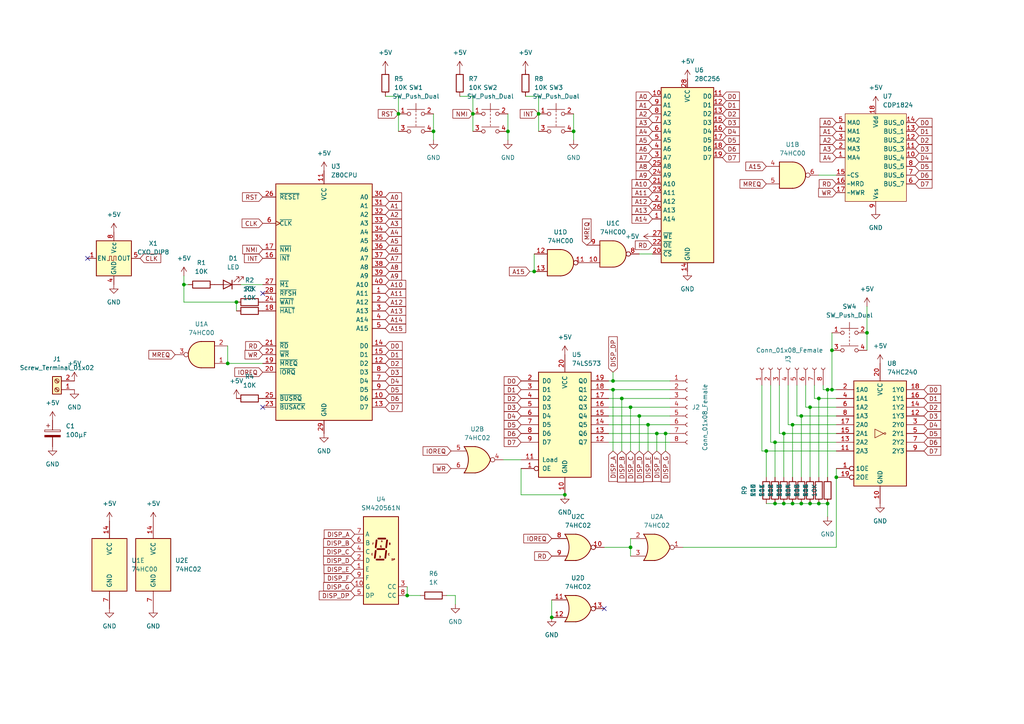
<source format=kicad_sch>
(kicad_sch (version 20211123) (generator eeschema)
  (paper "A4")
  (junction (at 190.5 125.73))
  (junction (at 242.57 138.43))
  (junction (at 156.21 33.02))
  (junction (at 182.88 118.11))
  (junction (at 237.49 146.05))
  (junction (at 160.02 179.07))
  (junction (at 232.41 120.65))
  (junction (at 229.87 123.19))
  (junction (at 125.73 38.1))
  (junction (at 68.58 87.63))
  (junction (at 193.04 125.73))
  (junction (at 177.8 113.03))
  (junction (at 240.03 113.03))
  (junction (at 180.34 115.57))
  (junction (at 234.95 146.05))
  (junction (at 240.03 146.05))
  (junction (at 229.87 146.05))
  (junction (at 177.8 110.49))
  (junction (at 187.96 123.19))
  (junction (at 237.49 115.57))
  (junction (at 224.79 146.05))
  (junction (at 66.04 105.41))
  (junction (at 185.42 120.65))
  (junction (at 154.94 78.74))
  (junction (at 224.79 128.27))
  (junction (at 241.3 113.03))
  (junction (at 222.25 130.81))
  (junction (at 115.57 33.02))
  (junction (at 227.33 125.73))
  (junction (at 232.41 146.05))
  (junction (at 182.88 158.75))
  (junction (at 234.95 118.11))
  (junction (at 241.3 101.6))
  (junction (at 147.32 38.1))
  (junction (at 163.83 143.51))
  (junction (at 118.11 172.72))
  (junction (at 137.16 33.02))
  (junction (at 53.34 82.55))
  (junction (at 166.37 38.1))
  (junction (at 227.33 146.05))
  (junction (at 251.46 96.52))
  (no_connect (at 25.4 74.93))
  (no_connect (at 76.2 118.11))
  (no_connect (at 175.26 176.53))
  (no_connect (at 76.2 85.09))
  (wire (pts (xy 222.25 146.05) (xy 224.79 146.05)))
  (wire (pts (xy 125.73 33.02) (xy 125.73 38.1)))
  (wire (pts (xy 176.53 120.65) (xy 185.42 120.65)))
  (wire (pts (xy 166.37 33.02) (xy 166.37 38.1)))
  (wire (pts (xy 237.49 115.57) (xy 237.49 138.43)))
  (wire (pts (xy 182.88 158.75) (xy 182.88 156.21)))
  (wire (pts (xy 152.4 27.94) (xy 156.21 27.94)))
  (wire (pts (xy 240.03 113.03) (xy 241.3 113.03)))
  (wire (pts (xy 146.05 133.35) (xy 151.13 133.35)))
  (wire (pts (xy 151.13 135.89) (xy 151.13 143.51)))
  (wire (pts (xy 220.98 111.76) (xy 220.98 130.81)))
  (wire (pts (xy 224.79 146.05) (xy 227.33 146.05)))
  (wire (pts (xy 129.54 172.72) (xy 132.08 172.72)))
  (wire (pts (xy 180.34 115.57) (xy 194.31 115.57)))
  (wire (pts (xy 233.68 111.76) (xy 233.68 118.11)))
  (wire (pts (xy 233.68 118.11) (xy 234.95 118.11)))
  (wire (pts (xy 228.6 123.19) (xy 229.87 123.19)))
  (wire (pts (xy 236.22 111.76) (xy 236.22 115.57)))
  (wire (pts (xy 176.53 128.27) (xy 194.31 128.27)))
  (wire (pts (xy 190.5 125.73) (xy 190.5 130.81)))
  (wire (pts (xy 198.12 158.75) (xy 242.57 158.75)))
  (wire (pts (xy 237.49 146.05) (xy 240.03 146.05)))
  (wire (pts (xy 53.34 82.55) (xy 54.61 82.55)))
  (wire (pts (xy 234.95 118.11) (xy 234.95 138.43)))
  (wire (pts (xy 177.8 113.03) (xy 177.8 130.81)))
  (wire (pts (xy 176.53 123.19) (xy 187.96 123.19)))
  (wire (pts (xy 160.02 173.99) (xy 160.02 179.07)))
  (wire (pts (xy 193.04 125.73) (xy 194.31 125.73)))
  (wire (pts (xy 185.42 120.65) (xy 194.31 120.65)))
  (wire (pts (xy 53.34 80.01) (xy 53.34 82.55)))
  (wire (pts (xy 232.41 120.65) (xy 242.57 120.65)))
  (wire (pts (xy 241.3 113.03) (xy 242.57 113.03)))
  (wire (pts (xy 227.33 146.05) (xy 229.87 146.05)))
  (wire (pts (xy 133.35 27.94) (xy 137.16 27.94)))
  (wire (pts (xy 251.46 96.52) (xy 251.46 101.6)))
  (wire (pts (xy 176.53 113.03) (xy 177.8 113.03)))
  (wire (pts (xy 175.26 158.75) (xy 182.88 158.75)))
  (wire (pts (xy 222.25 130.81) (xy 222.25 138.43)))
  (wire (pts (xy 223.52 111.76) (xy 223.52 128.27)))
  (wire (pts (xy 118.11 172.72) (xy 121.92 172.72)))
  (wire (pts (xy 227.33 125.73) (xy 242.57 125.73)))
  (wire (pts (xy 224.79 128.27) (xy 242.57 128.27)))
  (wire (pts (xy 236.22 115.57) (xy 237.49 115.57)))
  (wire (pts (xy 182.88 158.75) (xy 182.88 161.29)))
  (wire (pts (xy 226.06 111.76) (xy 226.06 125.73)))
  (wire (pts (xy 241.3 101.6) (xy 241.3 113.03)))
  (wire (pts (xy 187.96 123.19) (xy 194.31 123.19)))
  (wire (pts (xy 125.73 38.1) (xy 125.73 40.64)))
  (wire (pts (xy 154.94 78.74) (xy 153.67 78.74)))
  (wire (pts (xy 76.2 105.41) (xy 66.04 105.41)))
  (wire (pts (xy 237.49 50.8) (xy 242.57 50.8)))
  (wire (pts (xy 187.96 123.19) (xy 187.96 130.81)))
  (wire (pts (xy 176.53 125.73) (xy 190.5 125.73)))
  (wire (pts (xy 229.87 123.19) (xy 229.87 138.43)))
  (wire (pts (xy 132.08 172.72) (xy 132.08 175.26)))
  (wire (pts (xy 227.33 125.73) (xy 227.33 138.43)))
  (wire (pts (xy 182.88 118.11) (xy 182.88 130.81)))
  (wire (pts (xy 69.85 82.55) (xy 76.2 82.55)))
  (wire (pts (xy 180.34 115.57) (xy 180.34 130.81)))
  (wire (pts (xy 182.88 118.11) (xy 194.31 118.11)))
  (wire (pts (xy 226.06 125.73) (xy 227.33 125.73)))
  (wire (pts (xy 238.76 111.76) (xy 238.76 113.03)))
  (wire (pts (xy 228.6 111.76) (xy 228.6 123.19)))
  (wire (pts (xy 115.57 33.02) (xy 115.57 38.1)))
  (wire (pts (xy 231.14 120.65) (xy 232.41 120.65)))
  (wire (pts (xy 234.95 118.11) (xy 242.57 118.11)))
  (wire (pts (xy 177.8 107.95) (xy 177.8 110.49)))
  (wire (pts (xy 220.98 130.81) (xy 222.25 130.81)))
  (wire (pts (xy 156.21 27.94) (xy 156.21 33.02)))
  (wire (pts (xy 137.16 27.94) (xy 137.16 33.02)))
  (wire (pts (xy 238.76 113.03) (xy 240.03 113.03)))
  (wire (pts (xy 156.21 33.02) (xy 156.21 38.1)))
  (wire (pts (xy 118.11 170.18) (xy 118.11 172.72)))
  (wire (pts (xy 151.13 143.51) (xy 163.83 143.51)))
  (wire (pts (xy 193.04 125.73) (xy 193.04 130.81)))
  (wire (pts (xy 232.41 146.05) (xy 234.95 146.05)))
  (wire (pts (xy 177.8 113.03) (xy 194.31 113.03)))
  (wire (pts (xy 242.57 138.43) (xy 242.57 158.75)))
  (wire (pts (xy 185.42 73.66) (xy 189.23 73.66)))
  (wire (pts (xy 231.14 111.76) (xy 231.14 120.65)))
  (wire (pts (xy 237.49 115.57) (xy 242.57 115.57)))
  (wire (pts (xy 137.16 33.02) (xy 137.16 38.1)))
  (wire (pts (xy 115.57 27.94) (xy 115.57 33.02)))
  (wire (pts (xy 229.87 146.05) (xy 232.41 146.05)))
  (wire (pts (xy 154.94 73.66) (xy 154.94 78.74)))
  (wire (pts (xy 68.58 87.63) (xy 68.58 90.17)))
  (wire (pts (xy 190.5 125.73) (xy 193.04 125.73)))
  (wire (pts (xy 53.34 87.63) (xy 53.34 82.55)))
  (wire (pts (xy 223.52 128.27) (xy 224.79 128.27)))
  (wire (pts (xy 68.58 87.63) (xy 53.34 87.63)))
  (wire (pts (xy 66.04 105.41) (xy 66.04 100.33)))
  (wire (pts (xy 166.37 38.1) (xy 166.37 40.64)))
  (wire (pts (xy 222.25 130.81) (xy 242.57 130.81)))
  (wire (pts (xy 240.03 113.03) (xy 240.03 138.43)))
  (wire (pts (xy 176.53 115.57) (xy 180.34 115.57)))
  (wire (pts (xy 147.32 33.02) (xy 147.32 38.1)))
  (wire (pts (xy 176.53 118.11) (xy 182.88 118.11)))
  (wire (pts (xy 241.3 96.52) (xy 241.3 101.6)))
  (wire (pts (xy 177.8 110.49) (xy 194.31 110.49)))
  (wire (pts (xy 224.79 128.27) (xy 224.79 138.43)))
  (wire (pts (xy 234.95 146.05) (xy 237.49 146.05)))
  (wire (pts (xy 147.32 38.1) (xy 147.32 40.64)))
  (wire (pts (xy 251.46 88.9) (xy 251.46 96.52)))
  (wire (pts (xy 229.87 123.19) (xy 242.57 123.19)))
  (wire (pts (xy 232.41 120.65) (xy 232.41 138.43)))
  (wire (pts (xy 240.03 146.05) (xy 240.03 149.86)))
  (wire (pts (xy 242.57 138.43) (xy 242.57 135.89)))
  (wire (pts (xy 176.53 110.49) (xy 177.8 110.49)))
  (wire (pts (xy 185.42 120.65) (xy 185.42 130.81)))
  (wire (pts (xy 111.76 27.94) (xy 115.57 27.94)))
  (global_label "A1" (shape input) (at 242.57 38.1 180) (property "Intersheet References" "${INTERSHEET_REFS}" (effects hide)))
  (global_label "DISP_E" (shape input) (at 102.87 165.1 180) (property "Intersheet References" "${INTERSHEET_REFS}" (effects hide)))
  (global_label "A12" (shape input) (at 189.23 58.42 180) (property "Intersheet References" "${INTERSHEET_REFS}" (effects hide)))
  (global_label "D0" (shape input) (at 265.43 35.56 0) (property "Intersheet References" "${INTERSHEET_REFS}" (effects hide)))
  (global_label "DISP_G" (shape input) (at 193.04 130.81 270) (property "Intersheet References" "${INTERSHEET_REFS}" (effects hide)))
  (global_label "DISP_F" (shape input) (at 190.5 130.81 270) (property "Intersheet References" "${INTERSHEET_REFS}" (effects hide)))
  (global_label "D5" (shape input) (at 267.97 125.73 0) (property "Intersheet References" "${INTERSHEET_REFS}" (effects hide)))
  (global_label "D3" (shape input) (at 111.76 107.95 0) (property "Intersheet References" "${INTERSHEET_REFS}" (effects hide)))
  (global_label "RD" (shape input) (at 160.02 161.29 180) (property "Intersheet References" "${INTERSHEET_REFS}" (effects hide)))
  (global_label "D0" (shape input) (at 111.76 100.33 0) (property "Intersheet References" "${INTERSHEET_REFS}" (effects hide)))
  (global_label "DISP_A" (shape input) (at 177.8 130.81 270) (property "Intersheet References" "${INTERSHEET_REFS}" (effects hide)))
  (global_label "DISP_D" (shape input) (at 185.42 130.81 270) (property "Intersheet References" "${INTERSHEET_REFS}" (effects hide)))
  (global_label "D3" (shape input) (at 265.43 43.18 0) (property "Intersheet References" "${INTERSHEET_REFS}" (effects hide)))
  (global_label "A2" (shape input) (at 111.76 62.23 0) (property "Intersheet References" "${INTERSHEET_REFS}" (effects hide)))
  (global_label "A0" (shape input) (at 189.23 27.94 180) (property "Intersheet References" "${INTERSHEET_REFS}" (effects hide)))
  (global_label "D6" (shape input) (at 267.97 128.27 0) (property "Intersheet References" "${INTERSHEET_REFS}" (effects hide)))
  (global_label "DISP_B" (shape input) (at 102.87 157.48 180) (property "Intersheet References" "${INTERSHEET_REFS}" (effects hide)))
  (global_label "D6" (shape input) (at 151.13 125.73 180) (property "Intersheet References" "${INTERSHEET_REFS}" (effects hide)))
  (global_label "D3" (shape input) (at 209.55 35.56 0) (property "Intersheet References" "${INTERSHEET_REFS}" (effects hide)))
  (global_label "A10" (shape input) (at 189.23 53.34 180) (property "Intersheet References" "${INTERSHEET_REFS}" (effects hide)))
  (global_label "IOREQ" (shape input) (at 130.81 130.81 180) (property "Intersheet References" "${INTERSHEET_REFS}" (effects hide)))
  (global_label "RD" (shape input) (at 76.2 100.33 180) (property "Intersheet References" "${INTERSHEET_REFS}" (effects hide)))
  (global_label "DISP_E" (shape input) (at 187.96 130.81 270) (property "Intersheet References" "${INTERSHEET_REFS}" (effects hide)))
  (global_label "A6" (shape input) (at 189.23 43.18 180) (property "Intersheet References" "${INTERSHEET_REFS}" (effects hide)))
  (global_label "D1" (shape input) (at 265.43 38.1 0) (property "Intersheet References" "${INTERSHEET_REFS}" (effects hide)))
  (global_label "D7" (shape input) (at 209.55 45.72 0) (property "Intersheet References" "${INTERSHEET_REFS}" (effects hide)))
  (global_label "D5" (shape input) (at 151.13 123.19 180) (property "Intersheet References" "${INTERSHEET_REFS}" (effects hide)))
  (global_label "A11" (shape input) (at 111.76 85.09 0) (property "Intersheet References" "${INTERSHEET_REFS}" (effects hide)))
  (global_label "INT" (shape input) (at 76.2 74.93 180) (property "Intersheet References" "${INTERSHEET_REFS}" (effects hide)))
  (global_label "WR" (shape input) (at 76.2 102.87 180) (property "Intersheet References" "${INTERSHEET_REFS}" (effects hide)))
  (global_label "A8" (shape input) (at 189.23 48.26 180) (property "Intersheet References" "${INTERSHEET_REFS}" (effects hide)))
  (global_label "A2" (shape input) (at 189.23 33.02 180) (property "Intersheet References" "${INTERSHEET_REFS}" (effects hide)))
  (global_label "RD" (shape input) (at 242.57 53.34 180) (property "Intersheet References" "${INTERSHEET_REFS}" (effects hide)))
  (global_label "A2" (shape input) (at 242.57 40.64 180) (property "Intersheet References" "${INTERSHEET_REFS}" (effects hide)))
  (global_label "D1" (shape input) (at 267.97 115.57 0) (property "Intersheet References" "${INTERSHEET_REFS}" (effects hide)))
  (global_label "D2" (shape input) (at 151.13 115.57 180) (property "Intersheet References" "${INTERSHEET_REFS}" (effects hide)))
  (global_label "D0" (shape input) (at 209.55 27.94 0) (property "Intersheet References" "${INTERSHEET_REFS}" (effects hide)))
  (global_label "DISP_C" (shape input) (at 102.87 160.02 180) (property "Intersheet References" "${INTERSHEET_REFS}" (effects hide)))
  (global_label "CLK" (shape input) (at 40.64 74.93 0) (property "Intersheet References" "${INTERSHEET_REFS}" (effects hide)))
  (global_label "D3" (shape input) (at 267.97 120.65 0) (property "Intersheet References" "${INTERSHEET_REFS}" (effects hide)))
  (global_label "A0" (shape input) (at 242.57 35.56 180) (property "Intersheet References" "${INTERSHEET_REFS}" (effects hide)))
  (global_label "INT" (shape input) (at 156.21 33.02 180) (property "Intersheet References" "${INTERSHEET_REFS}" (effects hide)))
  (global_label "D4" (shape input) (at 111.76 110.49 0) (property "Intersheet References" "${INTERSHEET_REFS}" (effects hide)))
  (global_label "RST" (shape input) (at 115.57 33.02 180) (property "Intersheet References" "${INTERSHEET_REFS}" (effects hide)))
  (global_label "A9" (shape input) (at 189.23 50.8 180) (property "Intersheet References" "${INTERSHEET_REFS}" (effects hide)))
  (global_label "A1" (shape input) (at 189.23 30.48 180) (property "Intersheet References" "${INTERSHEET_REFS}" (effects hide)))
  (global_label "D4" (shape input) (at 265.43 45.72 0) (property "Intersheet References" "${INTERSHEET_REFS}" (effects hide)))
  (global_label "A8" (shape input) (at 111.76 77.47 0) (property "Intersheet References" "${INTERSHEET_REFS}" (effects hide)))
  (global_label "D6" (shape input) (at 111.76 115.57 0) (property "Intersheet References" "${INTERSHEET_REFS}" (effects hide)))
  (global_label "A13" (shape input) (at 189.23 60.96 180) (property "Intersheet References" "${INTERSHEET_REFS}" (effects hide)))
  (global_label "DISP_DP" (shape input) (at 177.8 107.95 90) (property "Intersheet References" "${INTERSHEET_REFS}" (effects hide)))
  (global_label "D7" (shape input) (at 265.43 53.34 0) (property "Intersheet References" "${INTERSHEET_REFS}" (effects hide)))
  (global_label "A10" (shape input) (at 111.76 82.55 0) (property "Intersheet References" "${INTERSHEET_REFS}" (effects hide)))
  (global_label "NMI" (shape input) (at 137.16 33.02 180) (property "Intersheet References" "${INTERSHEET_REFS}" (effects hide)))
  (global_label "A1" (shape input) (at 111.76 59.69 0) (property "Intersheet References" "${INTERSHEET_REFS}" (effects hide)))
  (global_label "D1" (shape input) (at 209.55 30.48 0) (property "Intersheet References" "${INTERSHEET_REFS}" (effects hide)))
  (global_label "DISP_A" (shape input) (at 102.87 154.94 180) (property "Intersheet References" "${INTERSHEET_REFS}" (effects hide)))
  (global_label "A4" (shape input) (at 111.76 67.31 0) (property "Intersheet References" "${INTERSHEET_REFS}" (effects hide)))
  (global_label "A7" (shape input) (at 111.76 74.93 0) (property "Intersheet References" "${INTERSHEET_REFS}" (effects hide)))
  (global_label "D6" (shape input) (at 265.43 50.8 0) (property "Intersheet References" "${INTERSHEET_REFS}" (effects hide)))
  (global_label "NMI" (shape input) (at 76.2 72.39 180) (property "Intersheet References" "${INTERSHEET_REFS}" (effects hide)))
  (global_label "WR" (shape input) (at 130.81 135.89 180) (property "Intersheet References" "${INTERSHEET_REFS}" (effects hide)))
  (global_label "CLK" (shape input) (at 76.2 64.77 180) (property "Intersheet References" "${INTERSHEET_REFS}" (effects hide)))
  (global_label "D5" (shape input) (at 265.43 48.26 0) (property "Intersheet References" "${INTERSHEET_REFS}" (effects hide)))
  (global_label "MREQ" (shape input) (at 222.25 53.34 180) (property "Intersheet References" "${INTERSHEET_REFS}" (effects hide)))
  (global_label "IOREQ" (shape input) (at 76.2 107.95 180) (property "Intersheet References" "${INTERSHEET_REFS}" (effects hide)))
  (global_label "D4" (shape input) (at 267.97 123.19 0) (property "Intersheet References" "${INTERSHEET_REFS}" (effects hide)))
  (global_label "A14" (shape input) (at 189.23 63.5 180) (property "Intersheet References" "${INTERSHEET_REFS}" (effects hide)))
  (global_label "D0" (shape input) (at 267.97 113.03 0) (property "Intersheet References" "${INTERSHEET_REFS}" (effects hide)))
  (global_label "D0" (shape input) (at 151.13 110.49 180) (property "Intersheet References" "${INTERSHEET_REFS}" (effects hide)))
  (global_label "D2" (shape input) (at 265.43 40.64 0) (property "Intersheet References" "${INTERSHEET_REFS}" (effects hide)))
  (global_label "A15" (shape input) (at 222.25 48.26 180) (property "Intersheet References" "${INTERSHEET_REFS}" (effects hide)))
  (global_label "A12" (shape input) (at 111.76 87.63 0) (property "Intersheet References" "${INTERSHEET_REFS}" (effects hide)))
  (global_label "D4" (shape input) (at 209.55 38.1 0) (property "Intersheet References" "${INTERSHEET_REFS}" (effects hide)))
  (global_label "A0" (shape input) (at 111.76 57.15 0) (property "Intersheet References" "${INTERSHEET_REFS}" (effects hide)))
  (global_label "A15" (shape input) (at 111.76 95.25 0) (property "Intersheet References" "${INTERSHEET_REFS}" (effects hide)))
  (global_label "D3" (shape input) (at 151.13 118.11 180) (property "Intersheet References" "${INTERSHEET_REFS}" (effects hide)))
  (global_label "DISP_F" (shape input) (at 102.87 167.64 180) (property "Intersheet References" "${INTERSHEET_REFS}" (effects hide)))
  (global_label "D7" (shape input) (at 111.76 118.11 0) (property "Intersheet References" "${INTERSHEET_REFS}" (effects hide)))
  (global_label "A6" (shape input) (at 111.76 72.39 0) (property "Intersheet References" "${INTERSHEET_REFS}" (effects hide)))
  (global_label "WR" (shape input) (at 242.57 55.88 180) (property "Intersheet References" "${INTERSHEET_REFS}" (effects hide)))
  (global_label "D4" (shape input) (at 151.13 120.65 180) (property "Intersheet References" "${INTERSHEET_REFS}" (effects hide)))
  (global_label "IOREQ" (shape input) (at 160.02 156.21 180) (property "Intersheet References" "${INTERSHEET_REFS}" (effects hide)))
  (global_label "DISP_G" (shape input) (at 102.87 170.18 180) (property "Intersheet References" "${INTERSHEET_REFS}" (effects hide)))
  (global_label "A14" (shape input) (at 111.76 92.71 0) (property "Intersheet References" "${INTERSHEET_REFS}" (effects hide)))
  (global_label "D1" (shape input) (at 111.76 102.87 0) (property "Intersheet References" "${INTERSHEET_REFS}" (effects hide)))
  (global_label "DISP_D" (shape input) (at 102.87 162.56 180) (property "Intersheet References" "${INTERSHEET_REFS}" (effects hide)))
  (global_label "D6" (shape input) (at 209.55 43.18 0) (property "Intersheet References" "${INTERSHEET_REFS}" (effects hide)))
  (global_label "A4" (shape input) (at 189.23 38.1 180) (property "Intersheet References" "${INTERSHEET_REFS}" (effects hide)))
  (global_label "A5" (shape input) (at 189.23 40.64 180) (property "Intersheet References" "${INTERSHEET_REFS}" (effects hide)))
  (global_label "A5" (shape input) (at 111.76 69.85 0) (property "Intersheet References" "${INTERSHEET_REFS}" (effects hide)))
  (global_label "D7" (shape input) (at 267.97 130.81 0) (property "Intersheet References" "${INTERSHEET_REFS}" (effects hide)))
  (global_label "A3" (shape input) (at 111.76 64.77 0) (property "Intersheet References" "${INTERSHEET_REFS}" (effects hide)))
  (global_label "D2" (shape input) (at 111.76 105.41 0) (property "Intersheet References" "${INTERSHEET_REFS}" (effects hide)))
  (global_label "DISP_DP" (shape input) (at 102.87 172.72 180) (property "Intersheet References" "${INTERSHEET_REFS}" (effects hide)))
  (global_label "D5" (shape input) (at 111.76 113.03 0) (property "Intersheet References" "${INTERSHEET_REFS}" (effects hide)))
  (global_label "A9" (shape input) (at 111.76 80.01 0) (property "Intersheet References" "${INTERSHEET_REFS}" (effects hide)))
  (global_label "DISP_C" (shape input) (at 182.88 130.81 270) (property "Intersheet References" "${INTERSHEET_REFS}" (effects hide)))
  (global_label "A7" (shape input) (at 189.23 45.72 180) (property "Intersheet References" "${INTERSHEET_REFS}" (effects hide)))
  (global_label "RD" (shape input) (at 189.23 71.12 180) (property "Intersheet References" "${INTERSHEET_REFS}" (effects hide)))
  (global_label "A11" (shape input) (at 189.23 55.88 180) (property "Intersheet References" "${INTERSHEET_REFS}" (effects hide)))
  (global_label "A15" (shape input) (at 153.67 78.74 180) (property "Intersheet References" "${INTERSHEET_REFS}" (effects hide)))
  (global_label "D2" (shape input) (at 267.97 118.11 0) (property "Intersheet References" "${INTERSHEET_REFS}" (effects hide)))
  (global_label "MREQ" (shape input) (at 50.8 102.87 180) (property "Intersheet References" "${INTERSHEET_REFS}" (effects hide)))
  (global_label "D5" (shape input) (at 209.55 40.64 0) (property "Intersheet References" "${INTERSHEET_REFS}" (effects hide)))
  (global_label "D2" (shape input) (at 209.55 33.02 0) (property "Intersheet References" "${INTERSHEET_REFS}" (effects hide)))
  (global_label "D1" (shape input) (at 151.13 113.03 180) (property "Intersheet References" "${INTERSHEET_REFS}" (effects hide)))
  (global_label "A3" (shape input) (at 189.23 35.56 180) (property "Intersheet References" "${INTERSHEET_REFS}" (effects hide)))
  (global_label "A13" (shape input) (at 111.76 90.17 0) (property "Intersheet References" "${INTERSHEET_REFS}" (effects hide)))
  (global_label "A4" (shape input) (at 242.57 45.72 180) (property "Intersheet References" "${INTERSHEET_REFS}" (effects hide)))
  (global_label "DISP_B" (shape input) (at 180.34 130.81 270) (property "Intersheet References" "${INTERSHEET_REFS}" (effects hide)))
  (global_label "RST" (shape input) (at 76.2 57.15 180) (property "Intersheet References" "${INTERSHEET_REFS}" (effects hide)))
  (global_label "MREQ" (shape input) (at 170.18 71.12 90) (property "Intersheet References" "${INTERSHEET_REFS}" (effects hide)))
  (global_label "A3" (shape input) (at 242.57 43.18 180) (property "Intersheet References" "${INTERSHEET_REFS}" (effects hide)))
  (global_label "D7" (shape input) (at 151.13 128.27 180) (property "Intersheet References" "${INTERSHEET_REFS}" (effects hide)))
  (symbol (lib_id "power:GND") (at 93.98 125.73 0) (unit 1)
    (property "Reference" "#PWR014" (effects hide))
    (property "Value" "GND" (at 93.98 130.81 0))
  )
  (symbol (lib_id "power:GND") (at 199.39 78.74 0) (unit 1)
    (property "Reference" "#PWR027" (effects hide))
    (property "Value" "GND" (at 199.39 83.82 0))
  )
  (symbol (lib_id "74xx:74HC02") (at 167.64 176.53 0) (unit 4)
    (property "Reference" "U2" (at 167.64 167.64 0))
    (property "Value" "74HC02" (at 167.64 170.18 0))
    (property "Footprint" "Package_DIP:DIP-14_W7.62mm" (effects hide))
    (property "Datasheet" "http://www.ti.com/lit/gpn/sn74hc02" (effects hide))
  )
  (symbol (lib_id "power:GND") (at 44.45 176.53 0) (unit 1)
    (property "Reference" "#PWR010" (effects hide))
    (property "Value" "GND" (at 44.45 181.61 0))
  )
  (symbol (lib_id "74xx:74LS573") (at 163.83 123.19 0) (unit 1)
    (property "Reference" "U5" (at 165.8494 102.87 0) (effects (justify left)))
    (property "Value" "74LS573" (at 165.8494 105.41 0) (effects (justify left)))
    (property "Footprint" "Package_DIP:DIP-20_W7.62mm" (effects hide))
    (property "Datasheet" "74xx/74hc573.pdf" (effects hide))
  )
  (symbol (lib_id "power:+5V") (at 133.35 20.32 0) (unit 1)
    (property "Reference" "#PWR018" (effects hide))
    (property "Value" "+5V" (at 133.35 15.24 0))
  )
  (symbol (lib_id "power:GND") (at 21.59 113.03 0) (unit 1)
    (property "Reference" "#PWR04" (effects hide))
    (property "Value" "GND" (at 21.59 118.11 0))
  )
  (symbol (lib_id "power:GND") (at 166.37 40.64 0) (unit 1)
    (property "Reference" "#PWR024" (effects hide))
    (property "Value" "GND" (at 166.37 45.72 0))
  )
  (symbol (lib_id "Display_Character:SM420561N") (at 110.49 162.56 0) (unit 1)
    (property "Reference" "U4" (at 110.49 144.78 0))
    (property "Value" "SM420561N" (at 110.49 147.32 0))
    (property "Footprint" "Display_7Segment:7SegmentLED_LTS6760_LTS6780" (effects hide))
    (property "Datasheet" "https://datasheet.lcsc.com/szlcsc/Wuxi-ARK-Tech-Elec-SM420561N_C141367.pdf" (effects hide))
  )
  (symbol (lib_id "Connector:Screw_Terminal_01x02") (at 16.51 113.03 180) (unit 1)
    (property "Reference" "J1" (at 16.51 104.14 0))
    (property "Value" "Screw_Terminal_01x02" (at 16.51 106.68 0))
    (property "Footprint" "TerminalBlock:TerminalBlock_bornier-2_P5.08mm" (effects hide))
  )
  (symbol (lib_id "power:+5V") (at 33.02 67.31 0) (unit 1)
    (property "Reference" "#PWR07" (effects hide))
    (property "Value" "+5V" (at 33.02 62.23 0))
  )
  (symbol (lib_id "power:GND") (at 160.02 179.07 0) (unit 1)
    (property "Reference" "#PWR021" (effects hide))
    (property "Value" "GND" (at 160.02 184.15 0))
  )
  (symbol (lib_id "power:+5V") (at 111.76 20.32 0) (unit 1)
    (property "Reference" "#PWR015" (effects hide))
    (property "Value" "+5V" (at 111.76 15.24 0))
  )
  (symbol (lib_id "Device:R") (at 222.25 142.24 180) (unit 1)
    (property "Reference" "R9" (at 215.9 142.24 90))
    (property "Value" "10K" (at 218.44 142.24 90))
    (property "Footprint" "Resistor_THT:R_Axial_DIN0204_L3.6mm_D1.6mm_P7.62mm_Horizontal" (effects hide))
  )
  (symbol (lib_id "74xx:74HC02") (at 44.45 163.83 0) (unit 5)
    (property "Reference" "U2" (at 50.8 162.5599 0) (effects (justify left)))
    (property "Value" "74HC02" (at 50.8 165.0999 0) (effects (justify left)))
    (property "Footprint" "Package_DIP:DIP-14_W7.62mm" (effects hide))
    (property "Datasheet" "http://www.ti.com/lit/gpn/sn74hc02" (effects hide))
  )
  (symbol (lib_id "Device:R") (at 72.39 87.63 90) (unit 1)
    (property "Reference" "R2" (at 72.39 81.28 90))
    (property "Value" "10K" (at 72.39 83.82 90))
    (property "Footprint" "Resistor_THT:R_Axial_DIN0204_L3.6mm_D1.6mm_P7.62mm_Horizontal" (effects hide))
  )
  (symbol (lib_id "Device:R") (at 229.87 142.24 180) (unit 1)
    (property "Reference" "R12" (at 223.52 142.24 90))
    (property "Value" "10K" (at 226.06 142.24 90))
    (property "Footprint" "Resistor_THT:R_Axial_DIN0204_L3.6mm_D1.6mm_P7.62mm_Horizontal" (effects hide))
  )
  (symbol (lib_id "74xx:74HC240") (at 255.27 125.73 0) (unit 1)
    (property "Reference" "U8" (at 257.2894 105.41 0) (effects (justify left)))
    (property "Value" "74HC240" (at 257.2894 107.95 0) (effects (justify left)))
    (property "Footprint" "Package_DIP:DIP-20_W7.62mm" (effects hide))
    (property "Datasheet" "https://assets.nexperia.com/documents/data-sheet/74HC_HCT240.pdf" (effects hide))
  )
  (symbol (lib_id "power:+5V") (at 163.83 102.87 0) (unit 1)
    (property "Reference" "#PWR022" (effects hide))
    (property "Value" "+5V" (at 163.83 97.79 0))
  )
  (symbol (lib_id "74xx:74HC00") (at 58.42 102.87 180) (unit 1)
    (property "Reference" "U1" (at 58.42 93.98 0))
    (property "Value" "74HC00" (at 58.42 96.52 0))
    (property "Footprint" "Package_DIP:DIP-14_W7.62mm" (effects hide))
    (property "Datasheet" "http://www.ti.com/lit/gpn/sn74hc00" (effects hide))
  )
  (symbol (lib_id "power:+5V") (at 93.98 49.53 0) (unit 1)
    (property "Reference" "#PWR013" (effects hide))
    (property "Value" "+5V" (at 93.98 44.45 0))
  )
  (symbol (lib_id "TholinsStuff:CDP1824") (at 254 26.67 0) (unit 1)
    (property "Reference" "U7" (at 256.0194 27.94 0) (effects (justify left)))
    (property "Value" "CDP1824" (at 256.0194 30.48 0) (effects (justify left)))
    (property "Footprint" "Package_DIP:DIP-18_W7.62mm" (effects hide))
  )
  (symbol (lib_id "Device:R") (at 72.39 90.17 90) (unit 1)
    (property "Reference" "R3" (at 72.39 83.82 90))
    (property "Value" "10K" (at 72.39 86.36 90))
    (property "Footprint" "Resistor_THT:R_Axial_DIN0204_L3.6mm_D1.6mm_P7.62mm_Horizontal" (effects hide))
  )
  (symbol (lib_id "power:GND") (at 163.83 143.51 0) (unit 1)
    (property "Reference" "#PWR023" (effects hide))
    (property "Value" "GND" (at 163.83 148.59 0))
  )
  (symbol (lib_id "power:+5V") (at 15.24 121.92 0) (unit 1)
    (property "Reference" "#PWR01" (effects hide))
    (property "Value" "+5V" (at 15.24 116.84 0))
  )
  (symbol (lib_id "power:+5V") (at 254 30.48 0) (unit 1)
    (property "Reference" "#PWR030" (effects hide))
    (property "Value" "+5V" (at 254 25.4 0))
  )
  (symbol (lib_id "power:GND") (at 132.08 175.26 0) (unit 1)
    (property "Reference" "#PWR017" (effects hide))
    (property "Value" "GND" (at 132.08 180.34 0))
  )
  (symbol (lib_id "Switch:SW_Push_Dual") (at 142.24 33.02 0) (unit 1)
    (property "Reference" "SW2" (at 142.24 25.4 0))
    (property "Value" "SW_Push_Dual" (at 142.24 27.94 0))
    (property "Footprint" "Button_Switch_THT:SW_PUSH_6mm_H7.3mm" (effects hide))
  )
  (symbol (lib_id "power:GND") (at 255.27 146.05 0) (unit 1)
    (property "Reference" "#PWR033" (effects hide))
    (property "Value" "GND" (at 255.27 151.13 0))
  )
  (symbol (lib_id "Device:R") (at 240.03 142.24 180) (unit 1)
    (property "Reference" "R16" (at 233.68 142.24 90))
    (property "Value" "10K" (at 236.22 142.24 90))
    (property "Footprint" "Resistor_THT:R_Axial_DIN0204_L3.6mm_D1.6mm_P7.62mm_Horizontal" (effects hide))
  )
  (symbol (lib_id "74xx:74HC00") (at 31.75 163.83 0) (unit 5)
    (property "Reference" "U1" (at 38.1 162.5599 0) (effects (justify left)))
    (property "Value" "74HC00" (at 38.1 165.0999 0) (effects (justify left)))
    (property "Footprint" "Package_DIP:DIP-14_W7.62mm" (effects hide))
    (property "Datasheet" "http://www.ti.com/lit/gpn/sn74hc00" (effects hide))
  )
  (symbol (lib_id "Device:R") (at 224.79 142.24 180) (unit 1)
    (property "Reference" "R10" (at 218.44 142.24 90))
    (property "Value" "10K" (at 220.98 142.24 90))
    (property "Footprint" "Resistor_THT:R_Axial_DIN0204_L3.6mm_D1.6mm_P7.62mm_Horizontal" (effects hide))
  )
  (symbol (lib_id "Device:R") (at 133.35 24.13 0) (unit 1)
    (property "Reference" "R7" (at 135.89 22.8599 0) (effects (justify left)))
    (property "Value" "10K" (at 135.89 25.3999 0) (effects (justify left)))
    (property "Footprint" "Resistor_THT:R_Axial_DIN0204_L3.6mm_D1.6mm_P7.62mm_Horizontal" (effects hide))
  )
  (symbol (lib_id "74xx:74HC00") (at 177.8 73.66 0) (unit 3)
    (property "Reference" "U1" (at 177.8 64.77 0))
    (property "Value" "74HC00" (at 177.8 67.31 0))
    (property "Footprint" "Package_DIP:DIP-14_W7.62mm" (effects hide))
    (property "Datasheet" "http://www.ti.com/lit/gpn/sn74hc00" (effects hide))
  )
  (symbol (lib_id "power:+5V") (at 251.46 88.9 0) (unit 1)
    (property "Reference" "#PWR029" (effects hide))
    (property "Value" "+5V" (at 251.46 83.82 0))
  )
  (symbol (lib_id "power:+5V") (at 21.59 110.49 0) (unit 1)
    (property "Reference" "#PWR03" (effects hide))
    (property "Value" "+5V" (at 21.59 105.41 0))
  )
  (symbol (lib_id "Connector:Conn_01x08_Female") (at 228.6 106.68 90) (unit 1)
    (property "Reference" "J3" (at 228.5999 105.41 0) (effects (justify left)))
    (property "Value" "Conn_01x08_Female" (at 238.76 101.6 90) (effects (justify left)))
    (property "Footprint" "Connector_PinHeader_2.54mm:PinHeader_1x08_P2.54mm_Vertical" (effects hide))
  )
  (symbol (lib_id "Device:C_Polarized") (at 15.24 125.73 0) (unit 1)
    (property "Reference" "C1" (at 19.05 123.5709 0) (effects (justify left)))
    (property "Value" "100µF" (at 19.05 126.1109 0) (effects (justify left)))
    (property "Footprint" "Capacitor_THT:CP_Radial_D4.0mm_P2.00mm" (effects hide))
  )
  (symbol (lib_id "Device:R") (at 152.4 24.13 0) (unit 1)
    (property "Reference" "R8" (at 154.94 22.8599 0) (effects (justify left)))
    (property "Value" "10K" (at 154.94 25.3999 0) (effects (justify left)))
    (property "Footprint" "Resistor_THT:R_Axial_DIN0204_L3.6mm_D1.6mm_P7.62mm_Horizontal" (effects hide))
  )
  (symbol (lib_id "74xx:74HC00") (at 229.87 50.8 0) (unit 2)
    (property "Reference" "U1" (at 229.87 41.91 0))
    (property "Value" "74HC00" (at 229.87 44.45 0))
    (property "Footprint" "Package_DIP:DIP-14_W7.62mm" (effects hide))
    (property "Datasheet" "http://www.ti.com/lit/gpn/sn74hc00" (effects hide))
  )
  (symbol (lib_id "Memory_EEPROM:28C256") (at 199.39 50.8 0) (unit 1)
    (property "Reference" "U6" (at 201.4094 20.32 0) (effects (justify left)))
    (property "Value" "28C256" (at 201.4094 22.86 0) (effects (justify left)))
    (property "Footprint" "Package_DIP:DIP-28_W15.24mm" (effects hide))
    (property "Datasheet" "http://ww1.microchip.com/downloads/en/DeviceDoc/doc0006.pdf" (effects hide))
  )
  (symbol (lib_id "power:GND") (at 240.03 149.86 0) (unit 1)
    (property "Reference" "#PWR028" (effects hide))
    (property "Value" "GND" (at 240.03 154.94 0))
  )
  (symbol (lib_id "74xx:74HC02") (at 190.5 158.75 0) (unit 1)
    (property "Reference" "U2" (at 190.5 149.86 0))
    (property "Value" "74HC02" (at 190.5 152.4 0))
    (property "Footprint" "Package_DIP:DIP-14_W7.62mm" (effects hide))
    (property "Datasheet" "http://www.ti.com/lit/gpn/sn74hc02" (effects hide))
  )
  (symbol (lib_id "74xx:74HC02") (at 138.43 133.35 0) (unit 2)
    (property "Reference" "U2" (at 138.43 124.46 0))
    (property "Value" "74HC02" (at 138.43 127 0))
    (property "Footprint" "Package_DIP:DIP-14_W7.62mm" (effects hide))
    (property "Datasheet" "http://www.ti.com/lit/gpn/sn74hc02" (effects hide))
  )
  (symbol (lib_id "Device:R") (at 125.73 172.72 90) (unit 1)
    (property "Reference" "R6" (at 125.73 166.37 90))
    (property "Value" "1K" (at 125.73 168.91 90))
    (property "Footprint" "Resistor_THT:R_Axial_DIN0204_L3.6mm_D1.6mm_P7.62mm_Horizontal" (effects hide))
  )
  (symbol (lib_id "Device:R") (at 58.42 82.55 90) (unit 1)
    (property "Reference" "R1" (at 58.42 76.2 90))
    (property "Value" "10K" (at 58.42 78.74 90))
    (property "Footprint" "Resistor_THT:R_Axial_DIN0204_L3.6mm_D1.6mm_P7.62mm_Horizontal" (effects hide))
  )
  (symbol (lib_id "Connector:Conn_01x08_Female") (at 199.39 118.11 0) (unit 1)
    (property "Reference" "J2" (at 200.66 118.1099 0) (effects (justify left)))
    (property "Value" "Conn_01x08_Female" (at 204.47 130.81 90) (effects (justify left)))
    (property "Footprint" "Connector_PinHeader_2.54mm:PinHeader_1x08_P2.54mm_Vertical" (effects hide))
  )
  (symbol (lib_id "74xx:74HC00") (at 162.56 76.2 0) (unit 4)
    (property "Reference" "U1" (at 162.56 67.31 0))
    (property "Value" "74HC00" (at 162.56 69.85 0))
    (property "Footprint" "Package_DIP:DIP-14_W7.62mm" (effects hide))
    (property "Datasheet" "http://www.ti.com/lit/gpn/sn74hc00" (effects hide))
  )
  (symbol (lib_id "Switch:SW_Push_Dual") (at 246.38 96.52 0) (unit 1)
    (property "Reference" "SW4" (at 246.38 88.9 0))
    (property "Value" "SW_Push_Dual" (at 246.38 91.44 0))
    (property "Footprint" "Button_Switch_THT:SW_PUSH_6mm_H7.3mm" (effects hide))
  )
  (symbol (lib_id "Device:R") (at 72.39 115.57 90) (unit 1)
    (property "Reference" "R4" (at 72.39 109.22 90))
    (property "Value" "10K" (at 72.39 111.76 90))
    (property "Footprint" "Resistor_THT:R_Axial_DIN0204_L3.6mm_D1.6mm_P7.62mm_Horizontal" (effects hide))
  )
  (symbol (lib_id "power:GND") (at 254 60.96 0) (unit 1)
    (property "Reference" "#PWR031" (effects hide))
    (property "Value" "GND" (at 254 66.04 0))
  )
  (symbol (lib_id "Device:R") (at 111.76 24.13 0) (unit 1)
    (property "Reference" "R5" (at 114.3 22.8599 0) (effects (justify left)))
    (property "Value" "10K" (at 114.3 25.3999 0) (effects (justify left)))
    (property "Footprint" "Resistor_THT:R_Axial_DIN0204_L3.6mm_D1.6mm_P7.62mm_Horizontal" (effects hide))
  )
  (symbol (lib_id "power:GND") (at 147.32 40.64 0) (unit 1)
    (property "Reference" "#PWR019" (effects hide))
    (property "Value" "GND" (at 147.32 45.72 0))
  )
  (symbol (lib_id "power:+5V") (at 68.58 115.57 0) (unit 1)
    (property "Reference" "#PWR012" (effects hide))
    (property "Value" "+5V" (at 68.58 110.49 0))
  )
  (symbol (lib_id "power:+5V") (at 152.4 20.32 0) (unit 1)
    (property "Reference" "#PWR020" (effects hide))
    (property "Value" "+5V" (at 152.4 15.24 0))
  )
  (symbol (lib_id "Device:LED") (at 66.04 82.55 180) (unit 1)
    (property "Reference" "D1" (at 67.6275 74.93 0))
    (property "Value" "LED" (at 67.6275 77.47 0))
    (property "Footprint" "LED_THT:LED_D3.0mm_FlatTop" (effects hide))
  )
  (symbol (lib_id "CPU:Z80CPU") (at 93.98 87.63 0) (unit 1)
    (property "Reference" "U3" (at 95.9994 48.26 0) (effects (justify left)))
    (property "Value" "Z80CPU" (at 95.9994 50.8 0) (effects (justify left)))
    (property "Footprint" "Package_DIP:DIP-40_W15.24mm" (effects hide))
    (property "Datasheet" "www.zilog.com/manage_directlink.php?filepath=docs/z80/um0080" (effects hide))
  )
  (symbol (lib_id "Device:R") (at 227.33 142.24 180) (unit 1)
    (property "Reference" "R11" (at 220.98 142.24 90))
    (property "Value" "10K" (at 223.52 142.24 90))
    (property "Footprint" "Resistor_THT:R_Axial_DIN0204_L3.6mm_D1.6mm_P7.62mm_Horizontal" (effects hide))
  )
  (symbol (lib_id "power:GND") (at 31.75 176.53 0) (unit 1)
    (property "Reference" "#PWR06" (effects hide))
    (property "Value" "GND" (at 31.75 181.61 0))
  )
  (symbol (lib_id "74xx:74HC02") (at 167.64 158.75 0) (unit 3)
    (property "Reference" "U2" (at 167.64 149.86 0))
    (property "Value" "74HC02" (at 167.64 152.4 0))
    (property "Footprint" "Package_DIP:DIP-14_W7.62mm" (effects hide))
    (property "Datasheet" "http://www.ti.com/lit/gpn/sn74hc02" (effects hide))
  )
  (symbol (lib_id "power:GND") (at 125.73 40.64 0) (unit 1)
    (property "Reference" "#PWR016" (effects hide))
    (property "Value" "GND" (at 125.73 45.72 0))
  )
  (symbol (lib_id "power:+5V") (at 53.34 80.01 0) (unit 1)
    (property "Reference" "#PWR011" (effects hide))
    (property "Value" "+5V" (at 53.34 74.93 0))
  )
  (symbol (lib_id "power:GND") (at 15.24 129.54 0) (unit 1)
    (property "Reference" "#PWR02" (effects hide))
    (property "Value" "GND" (at 15.24 134.62 0))
  )
  (symbol (lib_id "Switch:SW_Push_Dual") (at 120.65 33.02 0) (unit 1)
    (property "Reference" "SW1" (at 120.65 25.4 0))
    (property "Value" "SW_Push_Dual" (at 120.65 27.94 0))
    (property "Footprint" "Button_Switch_THT:SW_PUSH_6mm_H7.3mm" (effects hide))
  )
  (symbol (lib_id "Device:R") (at 232.41 142.24 180) (unit 1)
    (property "Reference" "R13" (at 226.06 142.24 90))
    (property "Value" "10K" (at 228.6 142.24 90))
    (property "Footprint" "Resistor_THT:R_Axial_DIN0204_L3.6mm_D1.6mm_P7.62mm_Horizontal" (effects hide))
  )
  (symbol (lib_id "Device:R") (at 237.49 142.24 180) (unit 1)
    (property "Reference" "R15" (at 231.14 142.24 90))
    (property "Value" "10K" (at 233.68 142.24 90))
    (property "Footprint" "Resistor_THT:R_Axial_DIN0204_L3.6mm_D1.6mm_P7.62mm_Horizontal" (effects hide))
  )
  (symbol (lib_id "Oscillator:CXO_DIP8") (at 33.02 74.93 0) (unit 1)
    (property "Reference" "X1" (at 44.45 70.5993 0))
    (property "Value" "CXO_DIP8" (at 44.45 73.1393 0))
    (property "Footprint" "Oscillator:Oscillator_DIP-8" (effects hide))
    (property "Datasheet" "http://cdn-reichelt.de/documents/datenblatt/B400/OSZI.pdf" (effects hide))
  )
  (symbol (lib_id "power:GND") (at 33.02 82.55 0) (unit 1)
    (property "Reference" "#PWR08" (effects hide))
    (property "Value" "GND" (at 33.02 87.63 0))
  )
  (symbol (lib_id "Device:R") (at 234.95 142.24 180) (unit 1)
    (property "Reference" "R14" (at 228.6 142.24 90))
    (property "Value" "10K" (at 231.14 142.24 90))
    (property "Footprint" "Resistor_THT:R_Axial_DIN0204_L3.6mm_D1.6mm_P7.62mm_Horizontal" (effects hide))
  )
  (symbol (lib_id "power:+5V") (at 255.27 105.41 0) (unit 1)
    (property "Reference" "#PWR032" (effects hide))
    (property "Value" "+5V" (at 255.27 100.33 0))
  )
  (symbol (lib_id "power:+5V") (at 189.23 68.58 90) (unit 1)
    (property "Reference" "#PWR025" (effects hide))
    (property "Value" "+5V" (at 185.42 68.5799 90) (effects (justify left)))
  )
  (symbol (lib_id "power:+5V") (at 199.39 22.86 0) (unit 1)
    (property "Reference" "#PWR026" (effects hide))
    (property "Value" "+5V" (at 199.39 17.78 0))
  )
  (symbol (lib_id "Switch:SW_Push_Dual") (at 161.29 33.02 0) (unit 1)
    (property "Reference" "SW3" (at 161.29 25.4 0))
    (property "Value" "SW_Push_Dual" (at 161.29 27.94 0))
    (property "Footprint" "Button_Switch_THT:SW_PUSH_6mm_H7.3mm" (effects hide))
  )
  (symbol (lib_id "power:+5V") (at 31.75 151.13 0) (unit 1)
    (property "Reference" "#PWR05" (effects hide))
    (property "Value" "+5V" (at 31.75 146.05 0))
  )
  (symbol (lib_id "power:+5V") (at 44.45 151.13 0) (unit 1)
    (property "Reference" "#PWR09" (effects hide))
    (property "Value" "+5V" (at 44.45 146.05 0))
  )
)
</source>
